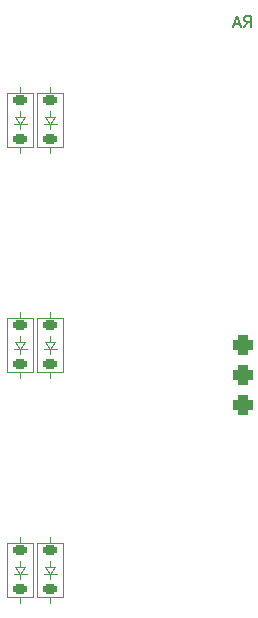
<source format=gbo>
G04 #@! TF.GenerationSoftware,KiCad,Pcbnew,7.0.5*
G04 #@! TF.CreationDate,2023-08-16T13:59:19+08:00*
G04 #@! TF.ProjectId,RA,52412e6b-6963-4616-945f-706362585858,rev?*
G04 #@! TF.SameCoordinates,Original*
G04 #@! TF.FileFunction,Legend,Bot*
G04 #@! TF.FilePolarity,Positive*
%FSLAX46Y46*%
G04 Gerber Fmt 4.6, Leading zero omitted, Abs format (unit mm)*
G04 Created by KiCad (PCBNEW 7.0.5) date 2023-08-16 13:59:19*
%MOMM*%
%LPD*%
G01*
G04 APERTURE LIST*
G04 Aperture macros list*
%AMRoundRect*
0 Rectangle with rounded corners*
0 $1 Rounding radius*
0 $2 $3 $4 $5 $6 $7 $8 $9 X,Y pos of 4 corners*
0 Add a 4 corners polygon primitive as box body*
4,1,4,$2,$3,$4,$5,$6,$7,$8,$9,$2,$3,0*
0 Add four circle primitives for the rounded corners*
1,1,$1+$1,$2,$3*
1,1,$1+$1,$4,$5*
1,1,$1+$1,$6,$7*
1,1,$1+$1,$8,$9*
0 Add four rect primitives between the rounded corners*
20,1,$1+$1,$2,$3,$4,$5,0*
20,1,$1+$1,$4,$5,$6,$7,0*
20,1,$1+$1,$6,$7,$8,$9,0*
20,1,$1+$1,$8,$9,$2,$3,0*%
%AMHorizOval*
0 Thick line with rounded ends*
0 $1 width*
0 $2 $3 position (X,Y) of the first rounded end (center of the circle)*
0 $4 $5 position (X,Y) of the second rounded end (center of the circle)*
0 Add line between two ends*
20,1,$1,$2,$3,$4,$5,0*
0 Add two circle primitives to create the rounded ends*
1,1,$1,$2,$3*
1,1,$1,$4,$5*%
%AMOutline4P*
0 Free polygon, 4 corners , with rotation*
0 The origin of the aperture is its center*
0 number of corners: always 4*
0 $1 to $8 corner X, Y*
0 $9 Rotation angle, in degrees counterclockwise*
0 create outline with 4 corners*
4,1,4,$1,$2,$3,$4,$5,$6,$7,$8,$1,$2,$9*%
G04 Aperture macros list end*
%ADD10C,0.150000*%
%ADD11C,0.120000*%
%ADD12C,0.100000*%
%ADD13O,2.200000X1.900000*%
%ADD14C,5.100000*%
%ADD15HorizOval,2.400000X-0.305164X0.457575X0.305164X-0.457575X0*%
%ADD16C,2.400000*%
%ADD17Outline4P,-1.150000X-1.200000X1.150000X-1.200000X1.150000X1.200000X-1.150000X1.200000X0.000000*%
%ADD18Outline4P,-1.200000X-1.200000X1.200000X-1.200000X1.200000X1.200000X-1.200000X1.200000X0.000000*%
%ADD19C,3.500000*%
%ADD20C,1.700000*%
%ADD21O,1.700000X1.700000*%
%ADD22RoundRect,0.425000X-0.425000X-0.425000X0.425000X-0.425000X0.425000X0.425000X-0.425000X0.425000X0*%
%ADD23R,1.600000X1.600000*%
%ADD24RoundRect,0.225000X0.375000X-0.225000X0.375000X0.225000X-0.375000X0.225000X-0.375000X-0.225000X0*%
%ADD25O,1.600000X1.600000*%
G04 APERTURE END LIST*
D10*
X150299047Y-46594819D02*
X150632380Y-46118628D01*
X150870475Y-46594819D02*
X150870475Y-45594819D01*
X150870475Y-45594819D02*
X150489523Y-45594819D01*
X150489523Y-45594819D02*
X150394285Y-45642438D01*
X150394285Y-45642438D02*
X150346666Y-45690057D01*
X150346666Y-45690057D02*
X150299047Y-45785295D01*
X150299047Y-45785295D02*
X150299047Y-45928152D01*
X150299047Y-45928152D02*
X150346666Y-46023390D01*
X150346666Y-46023390D02*
X150394285Y-46071009D01*
X150394285Y-46071009D02*
X150489523Y-46118628D01*
X150489523Y-46118628D02*
X150870475Y-46118628D01*
X149918094Y-46309104D02*
X149441904Y-46309104D01*
X150013332Y-46594819D02*
X149679999Y-45594819D01*
X149679999Y-45594819D02*
X149346666Y-46594819D01*
D11*
X131315000Y-76240000D02*
X131315000Y-75780000D01*
X130195000Y-75780000D02*
X130195000Y-71180000D01*
X132435000Y-75780000D02*
X130195000Y-75780000D01*
D12*
X131315000Y-74205600D02*
X131315000Y-73805600D01*
X131315000Y-73805600D02*
X130765000Y-73805600D01*
X131315000Y-73805600D02*
X131865000Y-73805600D01*
X131315000Y-73805600D02*
X131715000Y-73205600D01*
X130915000Y-73205600D02*
X131315000Y-73805600D01*
X131315000Y-73205600D02*
X131315000Y-72705600D01*
X131715000Y-73205600D02*
X130915000Y-73205600D01*
D11*
X130195000Y-71180000D02*
X132435000Y-71180000D01*
X132435000Y-71180000D02*
X132435000Y-75780000D01*
X131315000Y-70700000D02*
X131315000Y-71180000D01*
X133855000Y-95290000D02*
X133855000Y-94830000D01*
X132735000Y-94830000D02*
X132735000Y-90230000D01*
X134975000Y-94830000D02*
X132735000Y-94830000D01*
D12*
X133855000Y-93255600D02*
X133855000Y-92855600D01*
X133855000Y-92855600D02*
X133305000Y-92855600D01*
X133855000Y-92855600D02*
X134405000Y-92855600D01*
X133855000Y-92855600D02*
X134255000Y-92255600D01*
X133455000Y-92255600D02*
X133855000Y-92855600D01*
X133855000Y-92255600D02*
X133855000Y-91755600D01*
X134255000Y-92255600D02*
X133455000Y-92255600D01*
D11*
X132735000Y-90230000D02*
X134975000Y-90230000D01*
X134975000Y-90230000D02*
X134975000Y-94830000D01*
X133855000Y-89750000D02*
X133855000Y-90230000D01*
X131315000Y-95290000D02*
X131315000Y-94830000D01*
X130195000Y-94830000D02*
X130195000Y-90230000D01*
X132435000Y-94830000D02*
X130195000Y-94830000D01*
D12*
X131315000Y-93255600D02*
X131315000Y-92855600D01*
X131315000Y-92855600D02*
X130765000Y-92855600D01*
X131315000Y-92855600D02*
X131865000Y-92855600D01*
X131315000Y-92855600D02*
X131715000Y-92255600D01*
X130915000Y-92255600D02*
X131315000Y-92855600D01*
X131315000Y-92255600D02*
X131315000Y-91755600D01*
X131715000Y-92255600D02*
X130915000Y-92255600D01*
D11*
X130195000Y-90230000D02*
X132435000Y-90230000D01*
X132435000Y-90230000D02*
X132435000Y-94830000D01*
X131315000Y-89750000D02*
X131315000Y-90230000D01*
X131315000Y-57190000D02*
X131315000Y-56730000D01*
X130195000Y-56730000D02*
X130195000Y-52130000D01*
X132435000Y-56730000D02*
X130195000Y-56730000D01*
D12*
X131315000Y-55155600D02*
X131315000Y-54755600D01*
X131315000Y-54755600D02*
X130765000Y-54755600D01*
X131315000Y-54755600D02*
X131865000Y-54755600D01*
X131315000Y-54755600D02*
X131715000Y-54155600D01*
X130915000Y-54155600D02*
X131315000Y-54755600D01*
X131315000Y-54155600D02*
X131315000Y-53655600D01*
X131715000Y-54155600D02*
X130915000Y-54155600D01*
D11*
X130195000Y-52130000D02*
X132435000Y-52130000D01*
X132435000Y-52130000D02*
X132435000Y-56730000D01*
X131315000Y-51650000D02*
X131315000Y-52130000D01*
X133855000Y-76240000D02*
X133855000Y-75780000D01*
X132735000Y-75780000D02*
X132735000Y-71180000D01*
X134975000Y-75780000D02*
X132735000Y-75780000D01*
D12*
X133855000Y-74205600D02*
X133855000Y-73805600D01*
X133855000Y-73805600D02*
X133305000Y-73805600D01*
X133855000Y-73805600D02*
X134405000Y-73805600D01*
X133855000Y-73805600D02*
X134255000Y-73205600D01*
X133455000Y-73205600D02*
X133855000Y-73805600D01*
X133855000Y-73205600D02*
X133855000Y-72705600D01*
X134255000Y-73205600D02*
X133455000Y-73205600D01*
D11*
X132735000Y-71180000D02*
X134975000Y-71180000D01*
X134975000Y-71180000D02*
X134975000Y-75780000D01*
X133855000Y-70700000D02*
X133855000Y-71180000D01*
X133855000Y-57190000D02*
X133855000Y-56730000D01*
X132735000Y-56730000D02*
X132735000Y-52130000D01*
X134975000Y-56730000D02*
X132735000Y-56730000D01*
D12*
X133855000Y-55155600D02*
X133855000Y-54755600D01*
X133855000Y-54755600D02*
X133305000Y-54755600D01*
X133855000Y-54755600D02*
X134405000Y-54755600D01*
X133855000Y-54755600D02*
X134255000Y-54155600D01*
X133455000Y-54155600D02*
X133855000Y-54755600D01*
X133855000Y-54155600D02*
X133855000Y-53655600D01*
X134255000Y-54155600D02*
X133455000Y-54155600D01*
D11*
X132735000Y-52130000D02*
X134975000Y-52130000D01*
X134975000Y-52130000D02*
X134975000Y-56730000D01*
X133855000Y-51650000D02*
X133855000Y-52130000D01*
%LPC*%
D13*
X136810000Y-54430000D03*
D14*
X142110000Y-54430000D03*
D13*
X147410000Y-54430000D03*
D15*
X137410000Y-58680000D03*
D16*
X138300000Y-51890000D03*
X142110000Y-60330000D03*
D17*
X143410000Y-60330000D03*
D16*
X144650000Y-49330000D03*
X144710000Y-60330000D03*
D18*
X145880000Y-49330000D03*
D16*
X147110000Y-49330000D03*
D13*
X117760000Y-54430000D03*
D14*
X123060000Y-54430000D03*
D13*
X128360000Y-54430000D03*
D15*
X118360000Y-58680000D03*
D16*
X119250000Y-51890000D03*
X123060000Y-60330000D03*
D17*
X124360000Y-60330000D03*
D16*
X125600000Y-49330000D03*
X125660000Y-60330000D03*
D18*
X126830000Y-49330000D03*
D16*
X128060000Y-49330000D03*
D19*
X132585000Y-83005000D03*
X132585000Y-63955000D03*
D20*
X114900000Y-65860000D03*
D21*
X114900000Y-68400000D03*
X114900000Y-70940000D03*
X114900000Y-73480000D03*
D22*
X114900000Y-76020000D03*
X114900000Y-78560000D03*
X114900000Y-81100000D03*
D13*
X117760000Y-92530000D03*
D14*
X123060000Y-92530000D03*
D13*
X128360000Y-92530000D03*
D15*
X118360000Y-96780000D03*
D16*
X119250000Y-89990000D03*
X123060000Y-98430000D03*
D17*
X124360000Y-98430000D03*
D16*
X125600000Y-87430000D03*
X125660000Y-98430000D03*
D18*
X126830000Y-87430000D03*
D16*
X128060000Y-87430000D03*
D13*
X136810000Y-73480000D03*
D14*
X142110000Y-73480000D03*
D13*
X147410000Y-73480000D03*
D15*
X137410000Y-77730000D03*
D16*
X138300000Y-70940000D03*
X142110000Y-79380000D03*
D17*
X143410000Y-79380000D03*
D16*
X144650000Y-68380000D03*
X144710000Y-79380000D03*
D18*
X145880000Y-68380000D03*
D16*
X147110000Y-68380000D03*
D13*
X136810000Y-92530000D03*
D14*
X142110000Y-92530000D03*
D13*
X147410000Y-92530000D03*
D15*
X137410000Y-96780000D03*
D16*
X138300000Y-89990000D03*
X142110000Y-98430000D03*
D17*
X143410000Y-98430000D03*
D16*
X144650000Y-87430000D03*
X144710000Y-98430000D03*
D18*
X145880000Y-87430000D03*
D16*
X147110000Y-87430000D03*
D13*
X117760000Y-73480000D03*
D14*
X123060000Y-73480000D03*
D13*
X128360000Y-73480000D03*
D15*
X118360000Y-77730000D03*
D16*
X119250000Y-70940000D03*
X123060000Y-79380000D03*
D17*
X124360000Y-79380000D03*
D16*
X125600000Y-68380000D03*
X125660000Y-79380000D03*
D18*
X126830000Y-68380000D03*
D16*
X128060000Y-68380000D03*
D20*
X150230000Y-68400000D03*
D21*
X150230000Y-70940000D03*
D22*
X150230000Y-73480000D03*
X150230000Y-76020000D03*
X150230000Y-78560000D03*
D23*
X131315000Y-77280000D03*
D24*
X131315000Y-75130000D03*
X131315000Y-71830000D03*
D25*
X131315000Y-69680000D03*
D23*
X133855000Y-96330000D03*
D24*
X133855000Y-94180000D03*
X133855000Y-90880000D03*
D25*
X133855000Y-88730000D03*
D23*
X131315000Y-96330000D03*
D24*
X131315000Y-94180000D03*
X131315000Y-90880000D03*
D25*
X131315000Y-88730000D03*
D23*
X131315000Y-58230000D03*
D24*
X131315000Y-56080000D03*
X131315000Y-52780000D03*
D25*
X131315000Y-50630000D03*
D23*
X133855000Y-77280000D03*
D24*
X133855000Y-75130000D03*
X133855000Y-71830000D03*
D25*
X133855000Y-69680000D03*
D23*
X133855000Y-58230000D03*
D24*
X133855000Y-56080000D03*
X133855000Y-52780000D03*
D25*
X133855000Y-50630000D03*
%LPD*%
M02*

</source>
